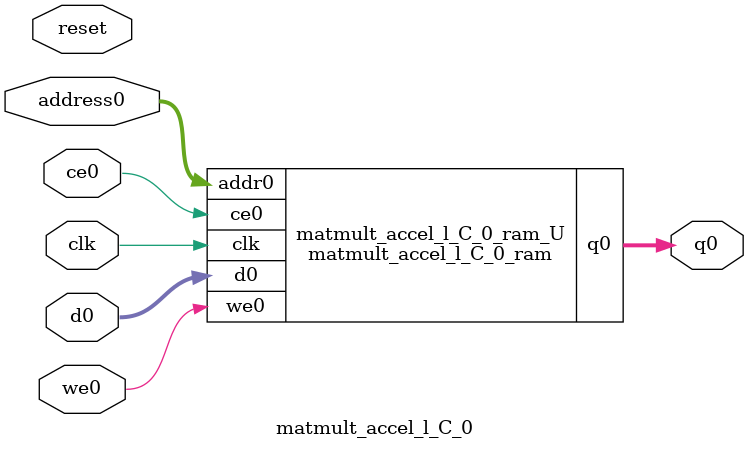
<source format=v>
`timescale 1 ns / 1 ps
module matmult_accel_l_C_0_ram (addr0, ce0, d0, we0, q0,  clk);

parameter DWIDTH = 32;
parameter AWIDTH = 11;
parameter MEM_SIZE = 2048;

input[AWIDTH-1:0] addr0;
input ce0;
input[DWIDTH-1:0] d0;
input we0;
output reg[DWIDTH-1:0] q0;
input clk;

(* ram_style = "block" *)reg [DWIDTH-1:0] ram[0:MEM_SIZE-1];




always @(posedge clk)  
begin 
    if (ce0) begin
        if (we0) 
            ram[addr0] <= d0; 
        q0 <= ram[addr0];
    end
end


endmodule

`timescale 1 ns / 1 ps
module matmult_accel_l_C_0(
    reset,
    clk,
    address0,
    ce0,
    we0,
    d0,
    q0);

parameter DataWidth = 32'd32;
parameter AddressRange = 32'd2048;
parameter AddressWidth = 32'd11;
input reset;
input clk;
input[AddressWidth - 1:0] address0;
input ce0;
input we0;
input[DataWidth - 1:0] d0;
output[DataWidth - 1:0] q0;



matmult_accel_l_C_0_ram matmult_accel_l_C_0_ram_U(
    .clk( clk ),
    .addr0( address0 ),
    .ce0( ce0 ),
    .we0( we0 ),
    .d0( d0 ),
    .q0( q0 ));

endmodule


</source>
